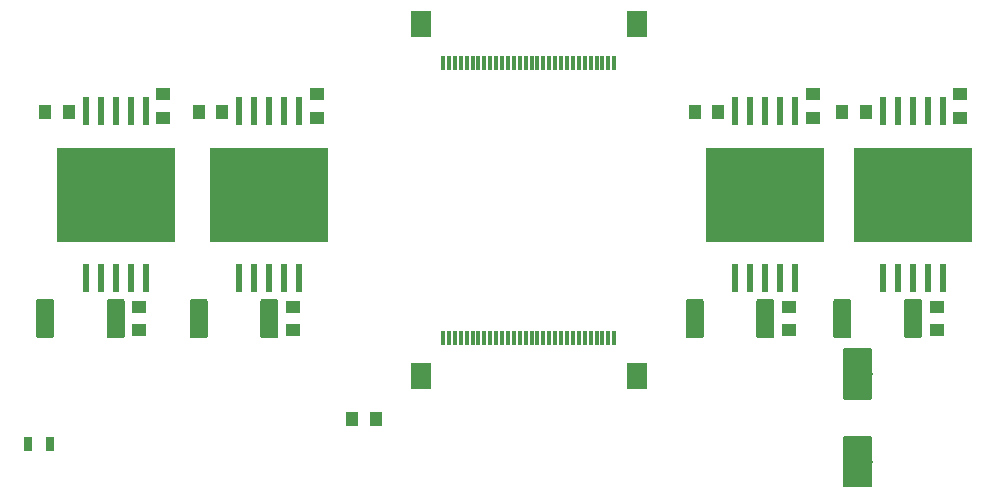
<source format=gtp>
G04 #@! TF.GenerationSoftware,KiCad,Pcbnew,5.1.4-e60b266~84~ubuntu18.04.1*
G04 #@! TF.CreationDate,2019-08-27T16:16:23+05:30*
G04 #@! TF.ProjectId,senseCam_Adapter_rev1,73656e73-6543-4616-9d5f-416461707465,rev?*
G04 #@! TF.SameCoordinates,Original*
G04 #@! TF.FileFunction,Paste,Top*
G04 #@! TF.FilePolarity,Positive*
%FSLAX46Y46*%
G04 Gerber Fmt 4.6, Leading zero omitted, Abs format (unit mm)*
G04 Created by KiCad (PCBNEW 5.1.4-e60b266~84~ubuntu18.04.1) date 2019-08-27 16:16:23*
%MOMM*%
%LPD*%
G04 APERTURE LIST*
%ADD10R,10.000000X8.000000*%
%ADD11R,0.500000X2.450000*%
%ADD12C,0.100000*%
%ADD13C,1.525000*%
%ADD14R,0.700000X1.300000*%
%ADD15R,1.250000X1.000000*%
%ADD16R,1.000000X1.250000*%
%ADD17C,2.500000*%
%ADD18R,1.800000X2.200000*%
%ADD19R,0.300000X1.300000*%
G04 APERTURE END LIST*
D10*
X26500000Y-28000000D03*
D11*
X29040000Y-35100000D03*
X27770000Y-35100000D03*
X26500000Y-35100000D03*
X25230000Y-35100000D03*
X23960000Y-35100000D03*
X23960000Y-20900000D03*
X25230000Y-20900000D03*
X26500000Y-20900000D03*
X27770000Y-20900000D03*
X29040000Y-20900000D03*
D10*
X81500000Y-28000000D03*
D11*
X84040000Y-35100000D03*
X82770000Y-35100000D03*
X81500000Y-35100000D03*
X80230000Y-35100000D03*
X78960000Y-35100000D03*
X78960000Y-20900000D03*
X80230000Y-20900000D03*
X81500000Y-20900000D03*
X82770000Y-20900000D03*
X84040000Y-20900000D03*
D10*
X39500000Y-28000000D03*
D11*
X42040000Y-35100000D03*
X40770000Y-35100000D03*
X39500000Y-35100000D03*
X38230000Y-35100000D03*
X36960000Y-35100000D03*
X36960000Y-20900000D03*
X38230000Y-20900000D03*
X39500000Y-20900000D03*
X40770000Y-20900000D03*
X42040000Y-20900000D03*
D10*
X94000000Y-28000000D03*
D11*
X96540000Y-35100000D03*
X95270000Y-35100000D03*
X94000000Y-35100000D03*
X92730000Y-35100000D03*
X91460000Y-35100000D03*
X91460000Y-20900000D03*
X92730000Y-20900000D03*
X94000000Y-20900000D03*
X95270000Y-20900000D03*
X96540000Y-20900000D03*
D12*
G36*
X27024505Y-36826204D02*
G01*
X27048773Y-36829804D01*
X27072572Y-36835765D01*
X27095671Y-36844030D01*
X27117850Y-36854520D01*
X27138893Y-36867132D01*
X27158599Y-36881747D01*
X27176777Y-36898223D01*
X27193253Y-36916401D01*
X27207868Y-36936107D01*
X27220480Y-36957150D01*
X27230970Y-36979329D01*
X27239235Y-37002428D01*
X27245196Y-37026227D01*
X27248796Y-37050495D01*
X27250000Y-37074999D01*
X27250000Y-39925001D01*
X27248796Y-39949505D01*
X27245196Y-39973773D01*
X27239235Y-39997572D01*
X27230970Y-40020671D01*
X27220480Y-40042850D01*
X27207868Y-40063893D01*
X27193253Y-40083599D01*
X27176777Y-40101777D01*
X27158599Y-40118253D01*
X27138893Y-40132868D01*
X27117850Y-40145480D01*
X27095671Y-40155970D01*
X27072572Y-40164235D01*
X27048773Y-40170196D01*
X27024505Y-40173796D01*
X27000001Y-40175000D01*
X25974999Y-40175000D01*
X25950495Y-40173796D01*
X25926227Y-40170196D01*
X25902428Y-40164235D01*
X25879329Y-40155970D01*
X25857150Y-40145480D01*
X25836107Y-40132868D01*
X25816401Y-40118253D01*
X25798223Y-40101777D01*
X25781747Y-40083599D01*
X25767132Y-40063893D01*
X25754520Y-40042850D01*
X25744030Y-40020671D01*
X25735765Y-39997572D01*
X25729804Y-39973773D01*
X25726204Y-39949505D01*
X25725000Y-39925001D01*
X25725000Y-37074999D01*
X25726204Y-37050495D01*
X25729804Y-37026227D01*
X25735765Y-37002428D01*
X25744030Y-36979329D01*
X25754520Y-36957150D01*
X25767132Y-36936107D01*
X25781747Y-36916401D01*
X25798223Y-36898223D01*
X25816401Y-36881747D01*
X25836107Y-36867132D01*
X25857150Y-36854520D01*
X25879329Y-36844030D01*
X25902428Y-36835765D01*
X25926227Y-36829804D01*
X25950495Y-36826204D01*
X25974999Y-36825000D01*
X27000001Y-36825000D01*
X27024505Y-36826204D01*
X27024505Y-36826204D01*
G37*
D13*
X26487500Y-38500000D03*
D12*
G36*
X21049505Y-36826204D02*
G01*
X21073773Y-36829804D01*
X21097572Y-36835765D01*
X21120671Y-36844030D01*
X21142850Y-36854520D01*
X21163893Y-36867132D01*
X21183599Y-36881747D01*
X21201777Y-36898223D01*
X21218253Y-36916401D01*
X21232868Y-36936107D01*
X21245480Y-36957150D01*
X21255970Y-36979329D01*
X21264235Y-37002428D01*
X21270196Y-37026227D01*
X21273796Y-37050495D01*
X21275000Y-37074999D01*
X21275000Y-39925001D01*
X21273796Y-39949505D01*
X21270196Y-39973773D01*
X21264235Y-39997572D01*
X21255970Y-40020671D01*
X21245480Y-40042850D01*
X21232868Y-40063893D01*
X21218253Y-40083599D01*
X21201777Y-40101777D01*
X21183599Y-40118253D01*
X21163893Y-40132868D01*
X21142850Y-40145480D01*
X21120671Y-40155970D01*
X21097572Y-40164235D01*
X21073773Y-40170196D01*
X21049505Y-40173796D01*
X21025001Y-40175000D01*
X19999999Y-40175000D01*
X19975495Y-40173796D01*
X19951227Y-40170196D01*
X19927428Y-40164235D01*
X19904329Y-40155970D01*
X19882150Y-40145480D01*
X19861107Y-40132868D01*
X19841401Y-40118253D01*
X19823223Y-40101777D01*
X19806747Y-40083599D01*
X19792132Y-40063893D01*
X19779520Y-40042850D01*
X19769030Y-40020671D01*
X19760765Y-39997572D01*
X19754804Y-39973773D01*
X19751204Y-39949505D01*
X19750000Y-39925001D01*
X19750000Y-37074999D01*
X19751204Y-37050495D01*
X19754804Y-37026227D01*
X19760765Y-37002428D01*
X19769030Y-36979329D01*
X19779520Y-36957150D01*
X19792132Y-36936107D01*
X19806747Y-36916401D01*
X19823223Y-36898223D01*
X19841401Y-36881747D01*
X19861107Y-36867132D01*
X19882150Y-36854520D01*
X19904329Y-36844030D01*
X19927428Y-36835765D01*
X19951227Y-36829804D01*
X19975495Y-36826204D01*
X19999999Y-36825000D01*
X21025001Y-36825000D01*
X21049505Y-36826204D01*
X21049505Y-36826204D01*
G37*
D13*
X20512500Y-38500000D03*
D12*
G36*
X82024505Y-36826204D02*
G01*
X82048773Y-36829804D01*
X82072572Y-36835765D01*
X82095671Y-36844030D01*
X82117850Y-36854520D01*
X82138893Y-36867132D01*
X82158599Y-36881747D01*
X82176777Y-36898223D01*
X82193253Y-36916401D01*
X82207868Y-36936107D01*
X82220480Y-36957150D01*
X82230970Y-36979329D01*
X82239235Y-37002428D01*
X82245196Y-37026227D01*
X82248796Y-37050495D01*
X82250000Y-37074999D01*
X82250000Y-39925001D01*
X82248796Y-39949505D01*
X82245196Y-39973773D01*
X82239235Y-39997572D01*
X82230970Y-40020671D01*
X82220480Y-40042850D01*
X82207868Y-40063893D01*
X82193253Y-40083599D01*
X82176777Y-40101777D01*
X82158599Y-40118253D01*
X82138893Y-40132868D01*
X82117850Y-40145480D01*
X82095671Y-40155970D01*
X82072572Y-40164235D01*
X82048773Y-40170196D01*
X82024505Y-40173796D01*
X82000001Y-40175000D01*
X80974999Y-40175000D01*
X80950495Y-40173796D01*
X80926227Y-40170196D01*
X80902428Y-40164235D01*
X80879329Y-40155970D01*
X80857150Y-40145480D01*
X80836107Y-40132868D01*
X80816401Y-40118253D01*
X80798223Y-40101777D01*
X80781747Y-40083599D01*
X80767132Y-40063893D01*
X80754520Y-40042850D01*
X80744030Y-40020671D01*
X80735765Y-39997572D01*
X80729804Y-39973773D01*
X80726204Y-39949505D01*
X80725000Y-39925001D01*
X80725000Y-37074999D01*
X80726204Y-37050495D01*
X80729804Y-37026227D01*
X80735765Y-37002428D01*
X80744030Y-36979329D01*
X80754520Y-36957150D01*
X80767132Y-36936107D01*
X80781747Y-36916401D01*
X80798223Y-36898223D01*
X80816401Y-36881747D01*
X80836107Y-36867132D01*
X80857150Y-36854520D01*
X80879329Y-36844030D01*
X80902428Y-36835765D01*
X80926227Y-36829804D01*
X80950495Y-36826204D01*
X80974999Y-36825000D01*
X82000001Y-36825000D01*
X82024505Y-36826204D01*
X82024505Y-36826204D01*
G37*
D13*
X81487500Y-38500000D03*
D12*
G36*
X76049505Y-36826204D02*
G01*
X76073773Y-36829804D01*
X76097572Y-36835765D01*
X76120671Y-36844030D01*
X76142850Y-36854520D01*
X76163893Y-36867132D01*
X76183599Y-36881747D01*
X76201777Y-36898223D01*
X76218253Y-36916401D01*
X76232868Y-36936107D01*
X76245480Y-36957150D01*
X76255970Y-36979329D01*
X76264235Y-37002428D01*
X76270196Y-37026227D01*
X76273796Y-37050495D01*
X76275000Y-37074999D01*
X76275000Y-39925001D01*
X76273796Y-39949505D01*
X76270196Y-39973773D01*
X76264235Y-39997572D01*
X76255970Y-40020671D01*
X76245480Y-40042850D01*
X76232868Y-40063893D01*
X76218253Y-40083599D01*
X76201777Y-40101777D01*
X76183599Y-40118253D01*
X76163893Y-40132868D01*
X76142850Y-40145480D01*
X76120671Y-40155970D01*
X76097572Y-40164235D01*
X76073773Y-40170196D01*
X76049505Y-40173796D01*
X76025001Y-40175000D01*
X74999999Y-40175000D01*
X74975495Y-40173796D01*
X74951227Y-40170196D01*
X74927428Y-40164235D01*
X74904329Y-40155970D01*
X74882150Y-40145480D01*
X74861107Y-40132868D01*
X74841401Y-40118253D01*
X74823223Y-40101777D01*
X74806747Y-40083599D01*
X74792132Y-40063893D01*
X74779520Y-40042850D01*
X74769030Y-40020671D01*
X74760765Y-39997572D01*
X74754804Y-39973773D01*
X74751204Y-39949505D01*
X74750000Y-39925001D01*
X74750000Y-37074999D01*
X74751204Y-37050495D01*
X74754804Y-37026227D01*
X74760765Y-37002428D01*
X74769030Y-36979329D01*
X74779520Y-36957150D01*
X74792132Y-36936107D01*
X74806747Y-36916401D01*
X74823223Y-36898223D01*
X74841401Y-36881747D01*
X74861107Y-36867132D01*
X74882150Y-36854520D01*
X74904329Y-36844030D01*
X74927428Y-36835765D01*
X74951227Y-36829804D01*
X74975495Y-36826204D01*
X74999999Y-36825000D01*
X76025001Y-36825000D01*
X76049505Y-36826204D01*
X76049505Y-36826204D01*
G37*
D13*
X75512500Y-38500000D03*
D12*
G36*
X40024505Y-36826204D02*
G01*
X40048773Y-36829804D01*
X40072572Y-36835765D01*
X40095671Y-36844030D01*
X40117850Y-36854520D01*
X40138893Y-36867132D01*
X40158599Y-36881747D01*
X40176777Y-36898223D01*
X40193253Y-36916401D01*
X40207868Y-36936107D01*
X40220480Y-36957150D01*
X40230970Y-36979329D01*
X40239235Y-37002428D01*
X40245196Y-37026227D01*
X40248796Y-37050495D01*
X40250000Y-37074999D01*
X40250000Y-39925001D01*
X40248796Y-39949505D01*
X40245196Y-39973773D01*
X40239235Y-39997572D01*
X40230970Y-40020671D01*
X40220480Y-40042850D01*
X40207868Y-40063893D01*
X40193253Y-40083599D01*
X40176777Y-40101777D01*
X40158599Y-40118253D01*
X40138893Y-40132868D01*
X40117850Y-40145480D01*
X40095671Y-40155970D01*
X40072572Y-40164235D01*
X40048773Y-40170196D01*
X40024505Y-40173796D01*
X40000001Y-40175000D01*
X38974999Y-40175000D01*
X38950495Y-40173796D01*
X38926227Y-40170196D01*
X38902428Y-40164235D01*
X38879329Y-40155970D01*
X38857150Y-40145480D01*
X38836107Y-40132868D01*
X38816401Y-40118253D01*
X38798223Y-40101777D01*
X38781747Y-40083599D01*
X38767132Y-40063893D01*
X38754520Y-40042850D01*
X38744030Y-40020671D01*
X38735765Y-39997572D01*
X38729804Y-39973773D01*
X38726204Y-39949505D01*
X38725000Y-39925001D01*
X38725000Y-37074999D01*
X38726204Y-37050495D01*
X38729804Y-37026227D01*
X38735765Y-37002428D01*
X38744030Y-36979329D01*
X38754520Y-36957150D01*
X38767132Y-36936107D01*
X38781747Y-36916401D01*
X38798223Y-36898223D01*
X38816401Y-36881747D01*
X38836107Y-36867132D01*
X38857150Y-36854520D01*
X38879329Y-36844030D01*
X38902428Y-36835765D01*
X38926227Y-36829804D01*
X38950495Y-36826204D01*
X38974999Y-36825000D01*
X40000001Y-36825000D01*
X40024505Y-36826204D01*
X40024505Y-36826204D01*
G37*
D13*
X39487500Y-38500000D03*
D12*
G36*
X34049505Y-36826204D02*
G01*
X34073773Y-36829804D01*
X34097572Y-36835765D01*
X34120671Y-36844030D01*
X34142850Y-36854520D01*
X34163893Y-36867132D01*
X34183599Y-36881747D01*
X34201777Y-36898223D01*
X34218253Y-36916401D01*
X34232868Y-36936107D01*
X34245480Y-36957150D01*
X34255970Y-36979329D01*
X34264235Y-37002428D01*
X34270196Y-37026227D01*
X34273796Y-37050495D01*
X34275000Y-37074999D01*
X34275000Y-39925001D01*
X34273796Y-39949505D01*
X34270196Y-39973773D01*
X34264235Y-39997572D01*
X34255970Y-40020671D01*
X34245480Y-40042850D01*
X34232868Y-40063893D01*
X34218253Y-40083599D01*
X34201777Y-40101777D01*
X34183599Y-40118253D01*
X34163893Y-40132868D01*
X34142850Y-40145480D01*
X34120671Y-40155970D01*
X34097572Y-40164235D01*
X34073773Y-40170196D01*
X34049505Y-40173796D01*
X34025001Y-40175000D01*
X32999999Y-40175000D01*
X32975495Y-40173796D01*
X32951227Y-40170196D01*
X32927428Y-40164235D01*
X32904329Y-40155970D01*
X32882150Y-40145480D01*
X32861107Y-40132868D01*
X32841401Y-40118253D01*
X32823223Y-40101777D01*
X32806747Y-40083599D01*
X32792132Y-40063893D01*
X32779520Y-40042850D01*
X32769030Y-40020671D01*
X32760765Y-39997572D01*
X32754804Y-39973773D01*
X32751204Y-39949505D01*
X32750000Y-39925001D01*
X32750000Y-37074999D01*
X32751204Y-37050495D01*
X32754804Y-37026227D01*
X32760765Y-37002428D01*
X32769030Y-36979329D01*
X32779520Y-36957150D01*
X32792132Y-36936107D01*
X32806747Y-36916401D01*
X32823223Y-36898223D01*
X32841401Y-36881747D01*
X32861107Y-36867132D01*
X32882150Y-36854520D01*
X32904329Y-36844030D01*
X32927428Y-36835765D01*
X32951227Y-36829804D01*
X32975495Y-36826204D01*
X32999999Y-36825000D01*
X34025001Y-36825000D01*
X34049505Y-36826204D01*
X34049505Y-36826204D01*
G37*
D13*
X33512500Y-38500000D03*
D12*
G36*
X94524505Y-36826204D02*
G01*
X94548773Y-36829804D01*
X94572572Y-36835765D01*
X94595671Y-36844030D01*
X94617850Y-36854520D01*
X94638893Y-36867132D01*
X94658599Y-36881747D01*
X94676777Y-36898223D01*
X94693253Y-36916401D01*
X94707868Y-36936107D01*
X94720480Y-36957150D01*
X94730970Y-36979329D01*
X94739235Y-37002428D01*
X94745196Y-37026227D01*
X94748796Y-37050495D01*
X94750000Y-37074999D01*
X94750000Y-39925001D01*
X94748796Y-39949505D01*
X94745196Y-39973773D01*
X94739235Y-39997572D01*
X94730970Y-40020671D01*
X94720480Y-40042850D01*
X94707868Y-40063893D01*
X94693253Y-40083599D01*
X94676777Y-40101777D01*
X94658599Y-40118253D01*
X94638893Y-40132868D01*
X94617850Y-40145480D01*
X94595671Y-40155970D01*
X94572572Y-40164235D01*
X94548773Y-40170196D01*
X94524505Y-40173796D01*
X94500001Y-40175000D01*
X93474999Y-40175000D01*
X93450495Y-40173796D01*
X93426227Y-40170196D01*
X93402428Y-40164235D01*
X93379329Y-40155970D01*
X93357150Y-40145480D01*
X93336107Y-40132868D01*
X93316401Y-40118253D01*
X93298223Y-40101777D01*
X93281747Y-40083599D01*
X93267132Y-40063893D01*
X93254520Y-40042850D01*
X93244030Y-40020671D01*
X93235765Y-39997572D01*
X93229804Y-39973773D01*
X93226204Y-39949505D01*
X93225000Y-39925001D01*
X93225000Y-37074999D01*
X93226204Y-37050495D01*
X93229804Y-37026227D01*
X93235765Y-37002428D01*
X93244030Y-36979329D01*
X93254520Y-36957150D01*
X93267132Y-36936107D01*
X93281747Y-36916401D01*
X93298223Y-36898223D01*
X93316401Y-36881747D01*
X93336107Y-36867132D01*
X93357150Y-36854520D01*
X93379329Y-36844030D01*
X93402428Y-36835765D01*
X93426227Y-36829804D01*
X93450495Y-36826204D01*
X93474999Y-36825000D01*
X94500001Y-36825000D01*
X94524505Y-36826204D01*
X94524505Y-36826204D01*
G37*
D13*
X93987500Y-38500000D03*
D12*
G36*
X88549505Y-36826204D02*
G01*
X88573773Y-36829804D01*
X88597572Y-36835765D01*
X88620671Y-36844030D01*
X88642850Y-36854520D01*
X88663893Y-36867132D01*
X88683599Y-36881747D01*
X88701777Y-36898223D01*
X88718253Y-36916401D01*
X88732868Y-36936107D01*
X88745480Y-36957150D01*
X88755970Y-36979329D01*
X88764235Y-37002428D01*
X88770196Y-37026227D01*
X88773796Y-37050495D01*
X88775000Y-37074999D01*
X88775000Y-39925001D01*
X88773796Y-39949505D01*
X88770196Y-39973773D01*
X88764235Y-39997572D01*
X88755970Y-40020671D01*
X88745480Y-40042850D01*
X88732868Y-40063893D01*
X88718253Y-40083599D01*
X88701777Y-40101777D01*
X88683599Y-40118253D01*
X88663893Y-40132868D01*
X88642850Y-40145480D01*
X88620671Y-40155970D01*
X88597572Y-40164235D01*
X88573773Y-40170196D01*
X88549505Y-40173796D01*
X88525001Y-40175000D01*
X87499999Y-40175000D01*
X87475495Y-40173796D01*
X87451227Y-40170196D01*
X87427428Y-40164235D01*
X87404329Y-40155970D01*
X87382150Y-40145480D01*
X87361107Y-40132868D01*
X87341401Y-40118253D01*
X87323223Y-40101777D01*
X87306747Y-40083599D01*
X87292132Y-40063893D01*
X87279520Y-40042850D01*
X87269030Y-40020671D01*
X87260765Y-39997572D01*
X87254804Y-39973773D01*
X87251204Y-39949505D01*
X87250000Y-39925001D01*
X87250000Y-37074999D01*
X87251204Y-37050495D01*
X87254804Y-37026227D01*
X87260765Y-37002428D01*
X87269030Y-36979329D01*
X87279520Y-36957150D01*
X87292132Y-36936107D01*
X87306747Y-36916401D01*
X87323223Y-36898223D01*
X87341401Y-36881747D01*
X87361107Y-36867132D01*
X87382150Y-36854520D01*
X87404329Y-36844030D01*
X87427428Y-36835765D01*
X87451227Y-36829804D01*
X87475495Y-36826204D01*
X87499999Y-36825000D01*
X88525001Y-36825000D01*
X88549505Y-36826204D01*
X88549505Y-36826204D01*
G37*
D13*
X88012500Y-38500000D03*
D14*
X20950000Y-49100000D03*
X19050000Y-49100000D03*
D15*
X85500000Y-21500000D03*
X85500000Y-19500000D03*
X30500000Y-21500000D03*
X30500000Y-19500000D03*
X43500000Y-21500000D03*
X43500000Y-19500000D03*
X98000000Y-21500000D03*
X98000000Y-19500000D03*
X28500000Y-37500000D03*
X28500000Y-39500000D03*
X83500000Y-37500000D03*
X83500000Y-39500000D03*
D16*
X22500000Y-21000000D03*
X20500000Y-21000000D03*
X75500000Y-21000000D03*
X77500000Y-21000000D03*
D15*
X41500000Y-37500000D03*
X41500000Y-39500000D03*
X96000000Y-37500000D03*
X96000000Y-39500000D03*
D16*
X35500000Y-21000000D03*
X33500000Y-21000000D03*
X90000000Y-21000000D03*
X88000000Y-21000000D03*
X46500000Y-47000000D03*
X48500000Y-47000000D03*
D12*
G36*
X90324504Y-48401204D02*
G01*
X90348773Y-48404804D01*
X90372571Y-48410765D01*
X90395671Y-48419030D01*
X90417849Y-48429520D01*
X90438893Y-48442133D01*
X90458598Y-48456747D01*
X90476777Y-48473223D01*
X90493253Y-48491402D01*
X90507867Y-48511107D01*
X90520480Y-48532151D01*
X90530970Y-48554329D01*
X90539235Y-48577429D01*
X90545196Y-48601227D01*
X90548796Y-48625496D01*
X90550000Y-48650000D01*
X90550000Y-52550000D01*
X90548796Y-52574504D01*
X90545196Y-52598773D01*
X90539235Y-52622571D01*
X90530970Y-52645671D01*
X90520480Y-52667849D01*
X90507867Y-52688893D01*
X90493253Y-52708598D01*
X90476777Y-52726777D01*
X90458598Y-52743253D01*
X90438893Y-52757867D01*
X90417849Y-52770480D01*
X90395671Y-52780970D01*
X90372571Y-52789235D01*
X90348773Y-52795196D01*
X90324504Y-52798796D01*
X90300000Y-52800000D01*
X88300000Y-52800000D01*
X88275496Y-52798796D01*
X88251227Y-52795196D01*
X88227429Y-52789235D01*
X88204329Y-52780970D01*
X88182151Y-52770480D01*
X88161107Y-52757867D01*
X88141402Y-52743253D01*
X88123223Y-52726777D01*
X88106747Y-52708598D01*
X88092133Y-52688893D01*
X88079520Y-52667849D01*
X88069030Y-52645671D01*
X88060765Y-52622571D01*
X88054804Y-52598773D01*
X88051204Y-52574504D01*
X88050000Y-52550000D01*
X88050000Y-48650000D01*
X88051204Y-48625496D01*
X88054804Y-48601227D01*
X88060765Y-48577429D01*
X88069030Y-48554329D01*
X88079520Y-48532151D01*
X88092133Y-48511107D01*
X88106747Y-48491402D01*
X88123223Y-48473223D01*
X88141402Y-48456747D01*
X88161107Y-48442133D01*
X88182151Y-48429520D01*
X88204329Y-48419030D01*
X88227429Y-48410765D01*
X88251227Y-48404804D01*
X88275496Y-48401204D01*
X88300000Y-48400000D01*
X90300000Y-48400000D01*
X90324504Y-48401204D01*
X90324504Y-48401204D01*
G37*
D17*
X89300000Y-50600000D03*
D12*
G36*
X90324504Y-41001204D02*
G01*
X90348773Y-41004804D01*
X90372571Y-41010765D01*
X90395671Y-41019030D01*
X90417849Y-41029520D01*
X90438893Y-41042133D01*
X90458598Y-41056747D01*
X90476777Y-41073223D01*
X90493253Y-41091402D01*
X90507867Y-41111107D01*
X90520480Y-41132151D01*
X90530970Y-41154329D01*
X90539235Y-41177429D01*
X90545196Y-41201227D01*
X90548796Y-41225496D01*
X90550000Y-41250000D01*
X90550000Y-45150000D01*
X90548796Y-45174504D01*
X90545196Y-45198773D01*
X90539235Y-45222571D01*
X90530970Y-45245671D01*
X90520480Y-45267849D01*
X90507867Y-45288893D01*
X90493253Y-45308598D01*
X90476777Y-45326777D01*
X90458598Y-45343253D01*
X90438893Y-45357867D01*
X90417849Y-45370480D01*
X90395671Y-45380970D01*
X90372571Y-45389235D01*
X90348773Y-45395196D01*
X90324504Y-45398796D01*
X90300000Y-45400000D01*
X88300000Y-45400000D01*
X88275496Y-45398796D01*
X88251227Y-45395196D01*
X88227429Y-45389235D01*
X88204329Y-45380970D01*
X88182151Y-45370480D01*
X88161107Y-45357867D01*
X88141402Y-45343253D01*
X88123223Y-45326777D01*
X88106747Y-45308598D01*
X88092133Y-45288893D01*
X88079520Y-45267849D01*
X88069030Y-45245671D01*
X88060765Y-45222571D01*
X88054804Y-45198773D01*
X88051204Y-45174504D01*
X88050000Y-45150000D01*
X88050000Y-41250000D01*
X88051204Y-41225496D01*
X88054804Y-41201227D01*
X88060765Y-41177429D01*
X88069030Y-41154329D01*
X88079520Y-41132151D01*
X88092133Y-41111107D01*
X88106747Y-41091402D01*
X88123223Y-41073223D01*
X88141402Y-41056747D01*
X88161107Y-41042133D01*
X88182151Y-41029520D01*
X88204329Y-41019030D01*
X88227429Y-41010765D01*
X88251227Y-41004804D01*
X88275496Y-41001204D01*
X88300000Y-41000000D01*
X90300000Y-41000000D01*
X90324504Y-41001204D01*
X90324504Y-41001204D01*
G37*
D17*
X89300000Y-43200000D03*
D18*
X52300000Y-13600000D03*
X70600000Y-13600000D03*
D19*
X68700000Y-16850000D03*
X68200000Y-16850000D03*
X67700000Y-16850000D03*
X67200000Y-16850000D03*
X66700000Y-16850000D03*
X66200000Y-16850000D03*
X65700000Y-16850000D03*
X65200000Y-16850000D03*
X64700000Y-16850000D03*
X64200000Y-16850000D03*
X63700000Y-16850000D03*
X63200000Y-16850000D03*
X62700000Y-16850000D03*
X62200000Y-16850000D03*
X61700000Y-16850000D03*
X61200000Y-16850000D03*
X60700000Y-16850000D03*
X60200000Y-16850000D03*
X59700000Y-16850000D03*
X59200000Y-16850000D03*
X58700000Y-16850000D03*
X58200000Y-16850000D03*
X57700000Y-16850000D03*
X57200000Y-16850000D03*
X56700000Y-16850000D03*
X56200000Y-16850000D03*
X55700000Y-16850000D03*
X55200000Y-16850000D03*
X54700000Y-16850000D03*
X54200000Y-16850000D03*
D18*
X70600000Y-43400000D03*
X52300000Y-43400000D03*
D19*
X54200000Y-40150000D03*
X54700000Y-40150000D03*
X55200000Y-40150000D03*
X55700000Y-40150000D03*
X56200000Y-40150000D03*
X56700000Y-40150000D03*
X57200000Y-40150000D03*
X57700000Y-40150000D03*
X58200000Y-40150000D03*
X58700000Y-40150000D03*
X59200000Y-40150000D03*
X59700000Y-40150000D03*
X60200000Y-40150000D03*
X60700000Y-40150000D03*
X61200000Y-40150000D03*
X61700000Y-40150000D03*
X62200000Y-40150000D03*
X62700000Y-40150000D03*
X63200000Y-40150000D03*
X63700000Y-40150000D03*
X64200000Y-40150000D03*
X64700000Y-40150000D03*
X65200000Y-40150000D03*
X65700000Y-40150000D03*
X66200000Y-40150000D03*
X66700000Y-40150000D03*
X67200000Y-40150000D03*
X67700000Y-40150000D03*
X68200000Y-40150000D03*
X68700000Y-40150000D03*
M02*

</source>
